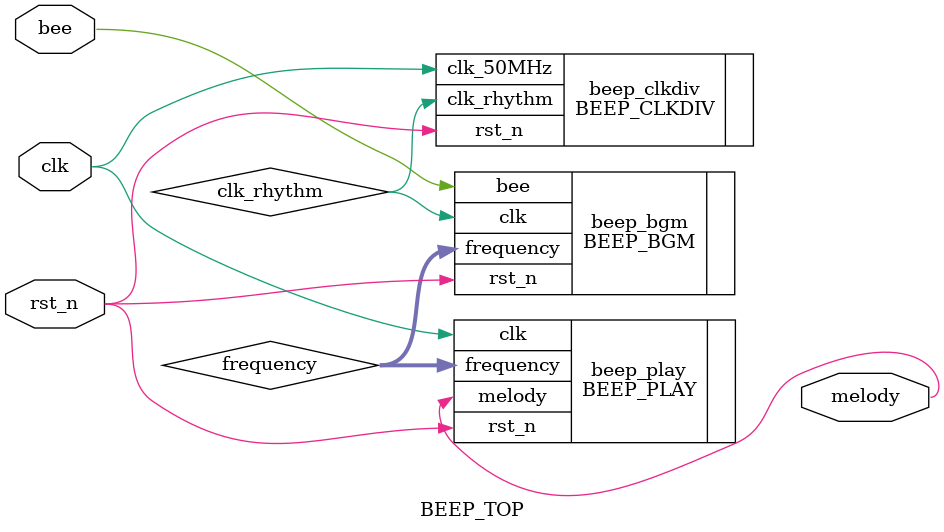
<source format=v>
module BEEP_TOP (
    input   clk,
    input   rst_n,
    input   bee,
    output  melody
);  

    wire[10:0] frequency;

    wire clk_rhythm;

    BEEP_CLKDIV beep_clkdiv(.clk_50MHz(clk),
                            .rst_n(rst_n),
                            .clk_rhythm(clk_rhythm));

    BEEP_BGM  beep_bgm(.clk(clk_rhythm),
                       .bee(bee),
                       .rst_n(rst_n),
                       .frequency(frequency));

    BEEP_PLAY beep_play(.clk(clk),
                        .rst_n(rst_n),
                        .frequency(frequency),
                        .melody(melody));


endmodule
</source>
